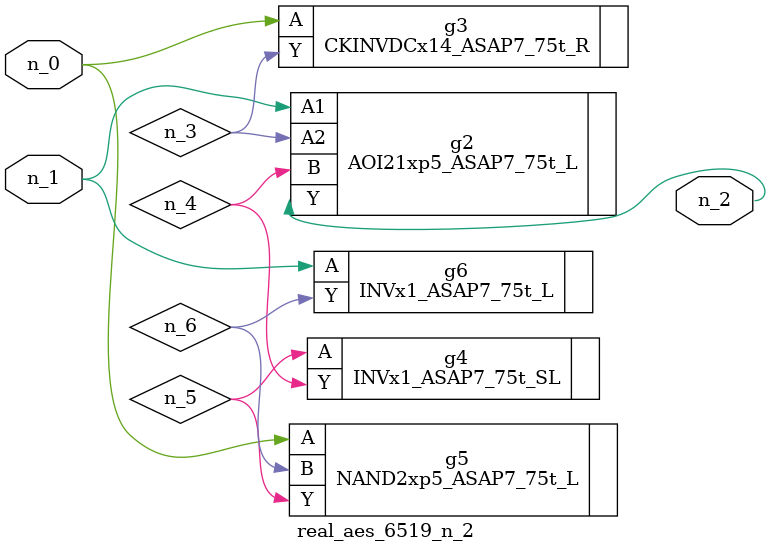
<source format=v>
module real_aes_6519_n_2 (n_0, n_1, n_2);
input n_0;
input n_1;
output n_2;
wire n_4;
wire n_3;
wire n_5;
wire n_6;
CKINVDCx14_ASAP7_75t_R g3 ( .A(n_0), .Y(n_3) );
NAND2xp5_ASAP7_75t_L g5 ( .A(n_0), .B(n_6), .Y(n_5) );
AOI21xp5_ASAP7_75t_L g2 ( .A1(n_1), .A2(n_3), .B(n_4), .Y(n_2) );
INVx1_ASAP7_75t_L g6 ( .A(n_1), .Y(n_6) );
INVx1_ASAP7_75t_SL g4 ( .A(n_5), .Y(n_4) );
endmodule
</source>
